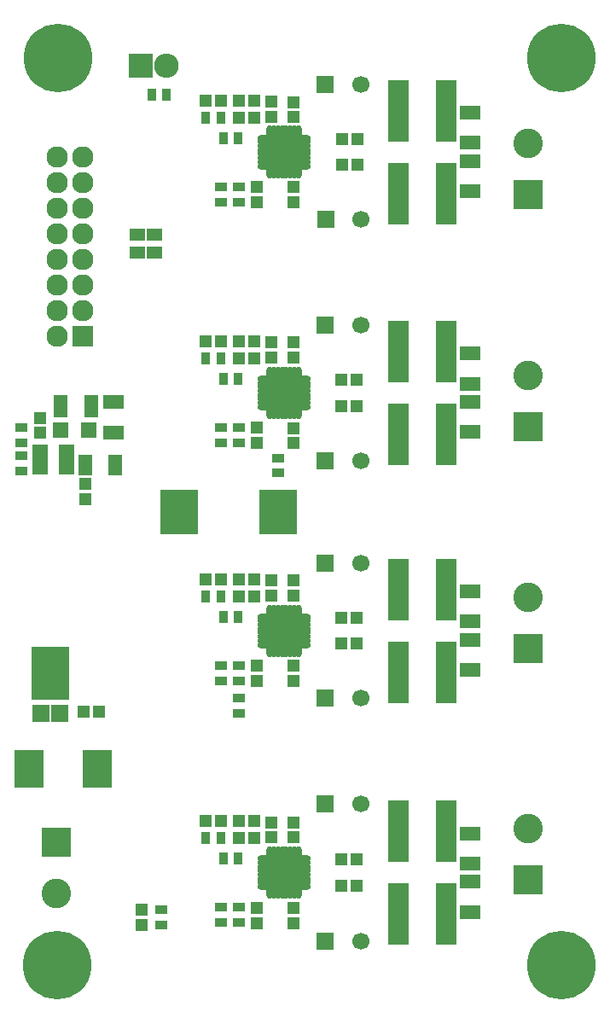
<source format=gbr>
G04 #@! TF.FileFunction,Soldermask,Top*
%FSLAX46Y46*%
G04 Gerber Fmt 4.6, Leading zero omitted, Abs format (unit mm)*
G04 Created by KiCad (PCBNEW 4.0.2-stable) date 06.12.2016 23:46:42*
%MOMM*%
G01*
G04 APERTURE LIST*
%ADD10C,0.100000*%
%ADD11C,6.800000*%
%ADD12C,1.000000*%
%ADD13C,1.700000*%
%ADD14R,1.700000X1.700000*%
%ADD15R,1.200000X1.150000*%
%ADD16R,1.400000X2.000000*%
%ADD17R,1.150000X1.200000*%
%ADD18R,2.000000X1.400000*%
%ADD19R,3.760000X5.260000*%
%ADD20R,1.790000X1.800000*%
%ADD21R,2.899360X3.699460*%
%ADD22R,1.500000X1.500000*%
%ADD23R,3.700000X4.460000*%
%ADD24R,1.400000X2.200000*%
%ADD25R,2.000000X6.100000*%
%ADD26R,2.940000X2.940000*%
%ADD27C,2.940000*%
%ADD28R,2.127200X2.127200*%
%ADD29O,2.127200X2.127200*%
%ADD30R,1.300000X0.900000*%
%ADD31R,0.900000X1.300000*%
%ADD32R,0.900000X1.200000*%
%ADD33R,0.800000X1.200000*%
%ADD34R,1.500000X1.000000*%
%ADD35O,1.200000X0.600000*%
%ADD36O,0.600000X1.200000*%
%ADD37R,1.800000X1.800000*%
%ADD38R,2.432000X2.432000*%
%ADD39O,2.432000X2.432000*%
G04 APERTURE END LIST*
D10*
D11*
X140000000Y-145000000D03*
D12*
X142400000Y-145000000D03*
X141697056Y-146697056D03*
X140000000Y-147400000D03*
X138302944Y-146697056D03*
X137600000Y-145000000D03*
X138302944Y-143302944D03*
X140000000Y-142600000D03*
X141697056Y-143302944D03*
D11*
X90000000Y-145000000D03*
D12*
X92400000Y-145000000D03*
X91697056Y-146697056D03*
X90000000Y-147400000D03*
X88302944Y-146697056D03*
X87600000Y-145000000D03*
X88302944Y-143302944D03*
X90000000Y-142600000D03*
X91697056Y-143302944D03*
D11*
X140000000Y-55000000D03*
D12*
X142400000Y-55000000D03*
X141697056Y-56697056D03*
X140000000Y-57400000D03*
X138302944Y-56697056D03*
X137600000Y-55000000D03*
X138302944Y-53302944D03*
X140000000Y-52600000D03*
X141697056Y-53302944D03*
D11*
X90100000Y-55000000D03*
D12*
X92500000Y-55000000D03*
X91797056Y-56697056D03*
X90100000Y-57400000D03*
X88402944Y-56697056D03*
X87700000Y-55000000D03*
X88402944Y-53302944D03*
X90100000Y-52600000D03*
X91797056Y-53302944D03*
D13*
X120150000Y-71000000D03*
D14*
X116650000Y-71000000D03*
D15*
X94100000Y-119800000D03*
X92600000Y-119800000D03*
D16*
X95750000Y-95325000D03*
X92750000Y-95325000D03*
D17*
X88250000Y-92175000D03*
X88250000Y-90675000D03*
D18*
X95550000Y-92125000D03*
X95550000Y-89125000D03*
D15*
X109500000Y-59200000D03*
X108000000Y-59200000D03*
X109500000Y-60900000D03*
X108000000Y-60900000D03*
D17*
X111200000Y-59300000D03*
X111200000Y-60800000D03*
X109800000Y-69300000D03*
X109800000Y-67800000D03*
X113400000Y-67800000D03*
X113400000Y-69300000D03*
X113400000Y-60850000D03*
X113400000Y-59350000D03*
D13*
X120100000Y-57600000D03*
D14*
X116600000Y-57600000D03*
D15*
X118250000Y-63000000D03*
X119750000Y-63000000D03*
X119750000Y-65600000D03*
X118250000Y-65600000D03*
D19*
X89300000Y-116000000D03*
D20*
X88380000Y-119982000D03*
X90220000Y-119982000D03*
D21*
X87198940Y-125500000D03*
X94001060Y-125500000D03*
D22*
X90350000Y-91925000D03*
X93150000Y-91925000D03*
D17*
X98400000Y-139500000D03*
X98400000Y-141000000D03*
D15*
X104700000Y-59200000D03*
X106200000Y-59200000D03*
D17*
X92800000Y-98750000D03*
X92800000Y-97250000D03*
D23*
X111890000Y-100000000D03*
X102110000Y-100000000D03*
D24*
X90350000Y-89525000D03*
X93350000Y-89525000D03*
D25*
X128550000Y-60200000D03*
X123850000Y-60200000D03*
X128550000Y-68400000D03*
X123850000Y-68400000D03*
D26*
X89900000Y-132760000D03*
D27*
X89900000Y-137840000D03*
D28*
X92500000Y-82620000D03*
D29*
X89960000Y-82620000D03*
X92500000Y-80080000D03*
X89960000Y-80080000D03*
X92500000Y-77540000D03*
X89960000Y-77540000D03*
X92500000Y-75000000D03*
X89960000Y-75000000D03*
X92500000Y-72460000D03*
X89960000Y-72460000D03*
X92500000Y-69920000D03*
X89960000Y-69920000D03*
X92500000Y-67380000D03*
X89960000Y-67380000D03*
X92500000Y-64840000D03*
X89960000Y-64840000D03*
D26*
X136700000Y-68540000D03*
D27*
X136700000Y-63460000D03*
D30*
X86450000Y-95925000D03*
X86450000Y-94425000D03*
X86450000Y-91675000D03*
X86450000Y-93175000D03*
X100325000Y-141000000D03*
X100325000Y-139500000D03*
D31*
X104700000Y-60900000D03*
X106200000Y-60900000D03*
D30*
X106200000Y-69300000D03*
X106200000Y-67800000D03*
X108000000Y-69300000D03*
X108000000Y-67800000D03*
D31*
X106450000Y-62900000D03*
X107950000Y-62900000D03*
D32*
X100000000Y-72500000D03*
D33*
X98400000Y-72500000D03*
X99200000Y-72500000D03*
D32*
X97600000Y-72500000D03*
D33*
X99200000Y-74300000D03*
D32*
X100000000Y-74300000D03*
D33*
X98400000Y-74300000D03*
D32*
X97600000Y-74300000D03*
D34*
X88250000Y-93875000D03*
X88250000Y-94825000D03*
X88250000Y-95775000D03*
X90950000Y-95775000D03*
X90950000Y-94825000D03*
X90950000Y-93875000D03*
D18*
X131000000Y-63400000D03*
X131000000Y-60400000D03*
X131000000Y-65200000D03*
X131000000Y-68200000D03*
D35*
X110500000Y-62900000D03*
X110500000Y-63300000D03*
X110500000Y-63700000D03*
X110500000Y-64100000D03*
X110500000Y-64500000D03*
X110500000Y-64900000D03*
X110500000Y-65300000D03*
X110500000Y-65700000D03*
D36*
X111100000Y-66300000D03*
X111500000Y-66300000D03*
X111900000Y-66300000D03*
X112300000Y-66300000D03*
X112700000Y-66300000D03*
X113100000Y-66300000D03*
X113500000Y-66300000D03*
X113900000Y-66300000D03*
D35*
X114500000Y-65700000D03*
X114500000Y-65300000D03*
X114500000Y-64900000D03*
X114500000Y-64500000D03*
X114500000Y-64100000D03*
X114500000Y-63700000D03*
X114500000Y-63300000D03*
X114500000Y-62900000D03*
D36*
X113900000Y-62300000D03*
X113500000Y-62300000D03*
X113100000Y-62300000D03*
X112700000Y-62300000D03*
X112300000Y-62300000D03*
X111900000Y-62300000D03*
X111500000Y-62300000D03*
X111100000Y-62300000D03*
D37*
X113200000Y-65000000D03*
X113200000Y-63600000D03*
X111800000Y-65000000D03*
X111800000Y-63600000D03*
D31*
X99340000Y-58610000D03*
X100840000Y-58610000D03*
D15*
X109500000Y-83100000D03*
X108000000Y-83100000D03*
X109500000Y-84800000D03*
X108000000Y-84800000D03*
D17*
X111200000Y-83200000D03*
X111200000Y-84700000D03*
X109800000Y-93150000D03*
X109800000Y-91650000D03*
X113400000Y-84700000D03*
X113400000Y-83200000D03*
X113400000Y-91700000D03*
X113400000Y-93200000D03*
D13*
X120100000Y-81500000D03*
D14*
X116600000Y-81500000D03*
D13*
X120100000Y-94900000D03*
D14*
X116600000Y-94900000D03*
D15*
X118200000Y-86900000D03*
X119700000Y-86900000D03*
X119700000Y-89500000D03*
X118200000Y-89500000D03*
D18*
X131000000Y-87300000D03*
X131000000Y-84300000D03*
X131000000Y-89100000D03*
X131000000Y-92100000D03*
D15*
X104700000Y-83100000D03*
X106200000Y-83100000D03*
D25*
X128550000Y-84100000D03*
X123850000Y-84100000D03*
X128550000Y-92300000D03*
X123850000Y-92300000D03*
D26*
X136700000Y-91540000D03*
D27*
X136700000Y-86460000D03*
D31*
X104700000Y-84800000D03*
X106200000Y-84800000D03*
D30*
X106200000Y-93150000D03*
X106200000Y-91650000D03*
D31*
X106450000Y-86800000D03*
X107950000Y-86800000D03*
D30*
X108000000Y-93150000D03*
X108000000Y-91650000D03*
X111950000Y-96150000D03*
X111950000Y-94650000D03*
D35*
X110500000Y-86800000D03*
X110500000Y-87200000D03*
X110500000Y-87600000D03*
X110500000Y-88000000D03*
X110500000Y-88400000D03*
X110500000Y-88800000D03*
X110500000Y-89200000D03*
X110500000Y-89600000D03*
D36*
X111100000Y-90200000D03*
X111500000Y-90200000D03*
X111900000Y-90200000D03*
X112300000Y-90200000D03*
X112700000Y-90200000D03*
X113100000Y-90200000D03*
X113500000Y-90200000D03*
X113900000Y-90200000D03*
D35*
X114500000Y-89600000D03*
X114500000Y-89200000D03*
X114500000Y-88800000D03*
X114500000Y-88400000D03*
X114500000Y-88000000D03*
X114500000Y-87600000D03*
X114500000Y-87200000D03*
X114500000Y-86800000D03*
D36*
X113900000Y-86200000D03*
X113500000Y-86200000D03*
X113100000Y-86200000D03*
X112700000Y-86200000D03*
X112300000Y-86200000D03*
X111900000Y-86200000D03*
X111500000Y-86200000D03*
X111100000Y-86200000D03*
D37*
X113200000Y-88900000D03*
X113200000Y-87500000D03*
X111800000Y-88900000D03*
X111800000Y-87500000D03*
D15*
X109500000Y-106700000D03*
X108000000Y-106700000D03*
X109500000Y-108400000D03*
X108000000Y-108400000D03*
D17*
X111200000Y-106800000D03*
X111200000Y-108300000D03*
X109800000Y-116775000D03*
X109800000Y-115275000D03*
X113400000Y-115300000D03*
X113400000Y-116800000D03*
X113400000Y-108300000D03*
X113400000Y-106800000D03*
D13*
X120100000Y-105100000D03*
D14*
X116600000Y-105100000D03*
D13*
X120100000Y-118500000D03*
D14*
X116600000Y-118500000D03*
D15*
X118200000Y-110500000D03*
X119700000Y-110500000D03*
X119700000Y-113100000D03*
X118200000Y-113100000D03*
D18*
X131000000Y-110900000D03*
X131000000Y-107900000D03*
X131000000Y-112700000D03*
X131000000Y-115700000D03*
D15*
X104700000Y-106700000D03*
X106200000Y-106700000D03*
D25*
X128550000Y-107700000D03*
X123850000Y-107700000D03*
X128550000Y-115900000D03*
X123850000Y-115900000D03*
D26*
X136700000Y-113540000D03*
D27*
X136700000Y-108460000D03*
D31*
X104700000Y-108400000D03*
X106200000Y-108400000D03*
D30*
X106200000Y-116750000D03*
X106200000Y-115250000D03*
D31*
X106450000Y-110400000D03*
X107950000Y-110400000D03*
D30*
X108000000Y-116750000D03*
X108000000Y-115250000D03*
X108000000Y-120000000D03*
X108000000Y-118500000D03*
D35*
X110500000Y-110400000D03*
X110500000Y-110800000D03*
X110500000Y-111200000D03*
X110500000Y-111600000D03*
X110500000Y-112000000D03*
X110500000Y-112400000D03*
X110500000Y-112800000D03*
X110500000Y-113200000D03*
D36*
X111100000Y-113800000D03*
X111500000Y-113800000D03*
X111900000Y-113800000D03*
X112300000Y-113800000D03*
X112700000Y-113800000D03*
X113100000Y-113800000D03*
X113500000Y-113800000D03*
X113900000Y-113800000D03*
D35*
X114500000Y-113200000D03*
X114500000Y-112800000D03*
X114500000Y-112400000D03*
X114500000Y-112000000D03*
X114500000Y-111600000D03*
X114500000Y-111200000D03*
X114500000Y-110800000D03*
X114500000Y-110400000D03*
D36*
X113900000Y-109800000D03*
X113500000Y-109800000D03*
X113100000Y-109800000D03*
X112700000Y-109800000D03*
X112300000Y-109800000D03*
X111900000Y-109800000D03*
X111500000Y-109800000D03*
X111100000Y-109800000D03*
D37*
X113200000Y-112500000D03*
X113200000Y-111100000D03*
X111800000Y-112500000D03*
X111800000Y-111100000D03*
D15*
X109500000Y-130700000D03*
X108000000Y-130700000D03*
X109500000Y-132400000D03*
X108000000Y-132400000D03*
D17*
X111200000Y-130800000D03*
X111200000Y-132300000D03*
X109800000Y-140800000D03*
X109800000Y-139300000D03*
X113400000Y-139300000D03*
X113400000Y-140800000D03*
X113400000Y-132300000D03*
X113400000Y-130800000D03*
D13*
X120100000Y-129000000D03*
D14*
X116600000Y-129000000D03*
D13*
X120100000Y-142600000D03*
D14*
X116600000Y-142600000D03*
D15*
X118200000Y-134500000D03*
X119700000Y-134500000D03*
X119700000Y-137100000D03*
X118200000Y-137100000D03*
D18*
X131000000Y-134900000D03*
X131000000Y-131900000D03*
X131000000Y-136700000D03*
X131000000Y-139700000D03*
D15*
X104700000Y-130700000D03*
X106200000Y-130700000D03*
D25*
X128550000Y-131700000D03*
X123850000Y-131700000D03*
X128550000Y-139900000D03*
X123850000Y-139900000D03*
D26*
X136700000Y-136540000D03*
D27*
X136700000Y-131460000D03*
D31*
X104700000Y-132400000D03*
X106200000Y-132400000D03*
D30*
X106200000Y-140750000D03*
X106200000Y-139250000D03*
D31*
X106450000Y-134400000D03*
X107950000Y-134400000D03*
D30*
X108000000Y-140750000D03*
X108000000Y-139250000D03*
D35*
X110500000Y-134400000D03*
X110500000Y-134800000D03*
X110500000Y-135200000D03*
X110500000Y-135600000D03*
X110500000Y-136000000D03*
X110500000Y-136400000D03*
X110500000Y-136800000D03*
X110500000Y-137200000D03*
D36*
X111100000Y-137800000D03*
X111500000Y-137800000D03*
X111900000Y-137800000D03*
X112300000Y-137800000D03*
X112700000Y-137800000D03*
X113100000Y-137800000D03*
X113500000Y-137800000D03*
X113900000Y-137800000D03*
D35*
X114500000Y-137200000D03*
X114500000Y-136800000D03*
X114500000Y-136400000D03*
X114500000Y-136000000D03*
X114500000Y-135600000D03*
X114500000Y-135200000D03*
X114500000Y-134800000D03*
X114500000Y-134400000D03*
D36*
X113900000Y-133800000D03*
X113500000Y-133800000D03*
X113100000Y-133800000D03*
X112700000Y-133800000D03*
X112300000Y-133800000D03*
X111900000Y-133800000D03*
X111500000Y-133800000D03*
X111100000Y-133800000D03*
D37*
X113200000Y-136500000D03*
X113200000Y-135100000D03*
X111800000Y-136500000D03*
X111800000Y-135100000D03*
D38*
X98300000Y-55775000D03*
D39*
X100840000Y-55775000D03*
M02*

</source>
